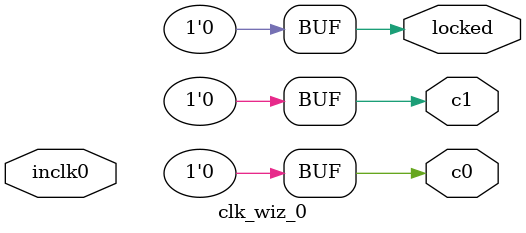
<source format=v>
module clk_wiz_0(	// file.cleaned.mlir:2:3
  input  inclk0,	// file.cleaned.mlir:2:27
  output c0,	// file.cleaned.mlir:2:45
         c1,	// file.cleaned.mlir:2:58
         locked	// file.cleaned.mlir:2:71
);

  assign c0 = 1'h0;	// file.cleaned.mlir:3:14, :4:5
  assign c1 = 1'h0;	// file.cleaned.mlir:3:14, :4:5
  assign locked = 1'h0;	// file.cleaned.mlir:3:14, :4:5
endmodule


</source>
